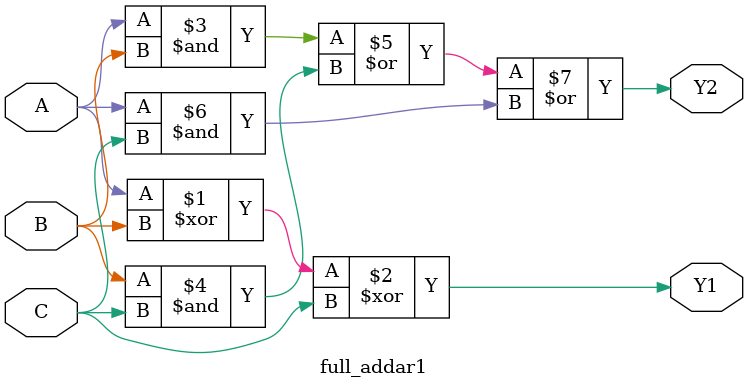
<source format=v>
module full_addar1(Y1,Y2,A,B,C);
output Y1;
output Y2;
input A,B,C;

assign Y1 = A^B^C;
assign Y2 = (A&B)|(B&C)|(A&C);

endmodule
</source>
